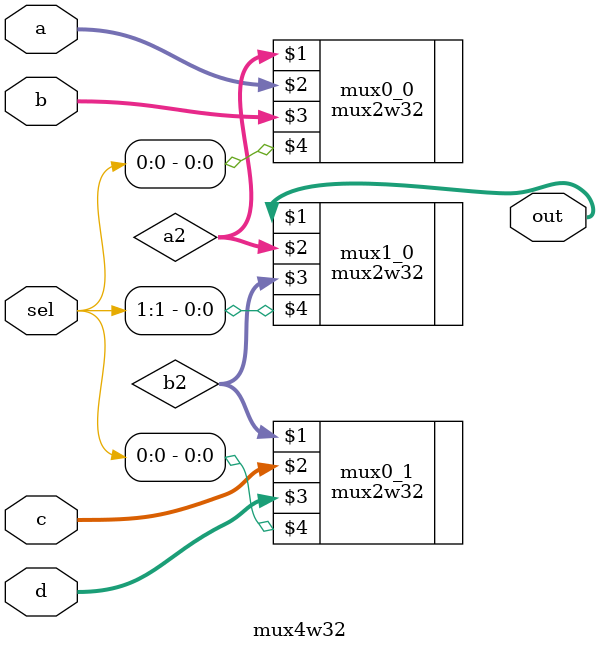
<source format=v>
module mux4w32(
out,
a,
b,
c,
d,
sel);

//input
input wire [31:0] a;
input wire [31:0] b;
input wire [31:0] c;
input wire [31:0] d;
input wire [1:0] sel;
//output
output wire [31:0] out;
//intermediate
wire [31:0] a2;
wire [31:0] b2;

mux2w32 mux0_0(a2,a,b,sel[0]);
mux2w32 mux0_1(b2,c,d,sel[0]);
mux2w32 mux1_0(out,a2,b2,sel[1]);
endmodule


</source>
